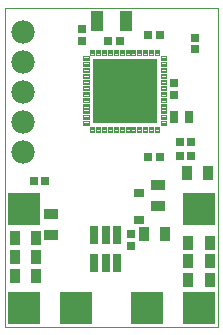
<source format=gbs>
G75*
%MOIN*%
%OFA0B0*%
%FSLAX25Y25*%
%IPPOS*%
%LPD*%
%AMOC8*
5,1,8,0,0,1.08239X$1,22.5*
%
%ADD10C,0.00000*%
%ADD11C,0.00443*%
%ADD12R,0.21654X0.21654*%
%ADD13R,0.02756X0.03150*%
%ADD14R,0.04331X0.07087*%
%ADD15R,0.03150X0.02756*%
%ADD16C,0.07794*%
%ADD17R,0.03150X0.03937*%
%ADD18R,0.11024X0.11024*%
%ADD19C,0.01575*%
%ADD20R,0.03543X0.05118*%
%ADD21R,0.05118X0.03543*%
%ADD22R,0.02717X0.06102*%
%ADD23R,0.03661X0.02874*%
D10*
X0029368Y0002452D02*
X0029368Y0108751D01*
X0100234Y0108751D01*
X0100234Y0002452D01*
X0029368Y0002452D01*
X0031375Y0005050D02*
X0031377Y0005098D01*
X0031383Y0005146D01*
X0031393Y0005193D01*
X0031406Y0005239D01*
X0031424Y0005284D01*
X0031444Y0005328D01*
X0031469Y0005370D01*
X0031497Y0005409D01*
X0031527Y0005446D01*
X0031561Y0005480D01*
X0031598Y0005512D01*
X0031636Y0005541D01*
X0031677Y0005566D01*
X0031720Y0005588D01*
X0031765Y0005606D01*
X0031811Y0005620D01*
X0031858Y0005631D01*
X0031906Y0005638D01*
X0031954Y0005641D01*
X0032002Y0005640D01*
X0032050Y0005635D01*
X0032098Y0005626D01*
X0032144Y0005614D01*
X0032189Y0005597D01*
X0032233Y0005577D01*
X0032275Y0005554D01*
X0032315Y0005527D01*
X0032353Y0005497D01*
X0032388Y0005464D01*
X0032420Y0005428D01*
X0032450Y0005390D01*
X0032476Y0005349D01*
X0032498Y0005306D01*
X0032518Y0005262D01*
X0032533Y0005217D01*
X0032545Y0005170D01*
X0032553Y0005122D01*
X0032557Y0005074D01*
X0032557Y0005026D01*
X0032553Y0004978D01*
X0032545Y0004930D01*
X0032533Y0004883D01*
X0032518Y0004838D01*
X0032498Y0004794D01*
X0032476Y0004751D01*
X0032450Y0004710D01*
X0032420Y0004672D01*
X0032388Y0004636D01*
X0032353Y0004603D01*
X0032315Y0004573D01*
X0032275Y0004546D01*
X0032233Y0004523D01*
X0032189Y0004503D01*
X0032144Y0004486D01*
X0032098Y0004474D01*
X0032050Y0004465D01*
X0032002Y0004460D01*
X0031954Y0004459D01*
X0031906Y0004462D01*
X0031858Y0004469D01*
X0031811Y0004480D01*
X0031765Y0004494D01*
X0031720Y0004512D01*
X0031677Y0004534D01*
X0031636Y0004559D01*
X0031598Y0004588D01*
X0031561Y0004620D01*
X0031527Y0004654D01*
X0031497Y0004691D01*
X0031469Y0004730D01*
X0031444Y0004772D01*
X0031424Y0004816D01*
X0031406Y0004861D01*
X0031393Y0004907D01*
X0031383Y0004954D01*
X0031377Y0005002D01*
X0031375Y0005050D01*
X0031375Y0012452D02*
X0031377Y0012500D01*
X0031383Y0012548D01*
X0031393Y0012595D01*
X0031406Y0012641D01*
X0031424Y0012686D01*
X0031444Y0012730D01*
X0031469Y0012772D01*
X0031497Y0012811D01*
X0031527Y0012848D01*
X0031561Y0012882D01*
X0031598Y0012914D01*
X0031636Y0012943D01*
X0031677Y0012968D01*
X0031720Y0012990D01*
X0031765Y0013008D01*
X0031811Y0013022D01*
X0031858Y0013033D01*
X0031906Y0013040D01*
X0031954Y0013043D01*
X0032002Y0013042D01*
X0032050Y0013037D01*
X0032098Y0013028D01*
X0032144Y0013016D01*
X0032189Y0012999D01*
X0032233Y0012979D01*
X0032275Y0012956D01*
X0032315Y0012929D01*
X0032353Y0012899D01*
X0032388Y0012866D01*
X0032420Y0012830D01*
X0032450Y0012792D01*
X0032476Y0012751D01*
X0032498Y0012708D01*
X0032518Y0012664D01*
X0032533Y0012619D01*
X0032545Y0012572D01*
X0032553Y0012524D01*
X0032557Y0012476D01*
X0032557Y0012428D01*
X0032553Y0012380D01*
X0032545Y0012332D01*
X0032533Y0012285D01*
X0032518Y0012240D01*
X0032498Y0012196D01*
X0032476Y0012153D01*
X0032450Y0012112D01*
X0032420Y0012074D01*
X0032388Y0012038D01*
X0032353Y0012005D01*
X0032315Y0011975D01*
X0032275Y0011948D01*
X0032233Y0011925D01*
X0032189Y0011905D01*
X0032144Y0011888D01*
X0032098Y0011876D01*
X0032050Y0011867D01*
X0032002Y0011862D01*
X0031954Y0011861D01*
X0031906Y0011864D01*
X0031858Y0011871D01*
X0031811Y0011882D01*
X0031765Y0011896D01*
X0031720Y0011914D01*
X0031677Y0011936D01*
X0031636Y0011961D01*
X0031598Y0011990D01*
X0031561Y0012022D01*
X0031527Y0012056D01*
X0031497Y0012093D01*
X0031469Y0012132D01*
X0031444Y0012174D01*
X0031424Y0012218D01*
X0031406Y0012263D01*
X0031393Y0012309D01*
X0031383Y0012356D01*
X0031377Y0012404D01*
X0031375Y0012452D01*
X0038777Y0012452D02*
X0038779Y0012500D01*
X0038785Y0012548D01*
X0038795Y0012595D01*
X0038808Y0012641D01*
X0038826Y0012686D01*
X0038846Y0012730D01*
X0038871Y0012772D01*
X0038899Y0012811D01*
X0038929Y0012848D01*
X0038963Y0012882D01*
X0039000Y0012914D01*
X0039038Y0012943D01*
X0039079Y0012968D01*
X0039122Y0012990D01*
X0039167Y0013008D01*
X0039213Y0013022D01*
X0039260Y0013033D01*
X0039308Y0013040D01*
X0039356Y0013043D01*
X0039404Y0013042D01*
X0039452Y0013037D01*
X0039500Y0013028D01*
X0039546Y0013016D01*
X0039591Y0012999D01*
X0039635Y0012979D01*
X0039677Y0012956D01*
X0039717Y0012929D01*
X0039755Y0012899D01*
X0039790Y0012866D01*
X0039822Y0012830D01*
X0039852Y0012792D01*
X0039878Y0012751D01*
X0039900Y0012708D01*
X0039920Y0012664D01*
X0039935Y0012619D01*
X0039947Y0012572D01*
X0039955Y0012524D01*
X0039959Y0012476D01*
X0039959Y0012428D01*
X0039955Y0012380D01*
X0039947Y0012332D01*
X0039935Y0012285D01*
X0039920Y0012240D01*
X0039900Y0012196D01*
X0039878Y0012153D01*
X0039852Y0012112D01*
X0039822Y0012074D01*
X0039790Y0012038D01*
X0039755Y0012005D01*
X0039717Y0011975D01*
X0039677Y0011948D01*
X0039635Y0011925D01*
X0039591Y0011905D01*
X0039546Y0011888D01*
X0039500Y0011876D01*
X0039452Y0011867D01*
X0039404Y0011862D01*
X0039356Y0011861D01*
X0039308Y0011864D01*
X0039260Y0011871D01*
X0039213Y0011882D01*
X0039167Y0011896D01*
X0039122Y0011914D01*
X0039079Y0011936D01*
X0039038Y0011961D01*
X0039000Y0011990D01*
X0038963Y0012022D01*
X0038929Y0012056D01*
X0038899Y0012093D01*
X0038871Y0012132D01*
X0038846Y0012174D01*
X0038826Y0012218D01*
X0038808Y0012263D01*
X0038795Y0012309D01*
X0038785Y0012356D01*
X0038779Y0012404D01*
X0038777Y0012452D01*
X0038777Y0005050D02*
X0038779Y0005098D01*
X0038785Y0005146D01*
X0038795Y0005193D01*
X0038808Y0005239D01*
X0038826Y0005284D01*
X0038846Y0005328D01*
X0038871Y0005370D01*
X0038899Y0005409D01*
X0038929Y0005446D01*
X0038963Y0005480D01*
X0039000Y0005512D01*
X0039038Y0005541D01*
X0039079Y0005566D01*
X0039122Y0005588D01*
X0039167Y0005606D01*
X0039213Y0005620D01*
X0039260Y0005631D01*
X0039308Y0005638D01*
X0039356Y0005641D01*
X0039404Y0005640D01*
X0039452Y0005635D01*
X0039500Y0005626D01*
X0039546Y0005614D01*
X0039591Y0005597D01*
X0039635Y0005577D01*
X0039677Y0005554D01*
X0039717Y0005527D01*
X0039755Y0005497D01*
X0039790Y0005464D01*
X0039822Y0005428D01*
X0039852Y0005390D01*
X0039878Y0005349D01*
X0039900Y0005306D01*
X0039920Y0005262D01*
X0039935Y0005217D01*
X0039947Y0005170D01*
X0039955Y0005122D01*
X0039959Y0005074D01*
X0039959Y0005026D01*
X0039955Y0004978D01*
X0039947Y0004930D01*
X0039935Y0004883D01*
X0039920Y0004838D01*
X0039900Y0004794D01*
X0039878Y0004751D01*
X0039852Y0004710D01*
X0039822Y0004672D01*
X0039790Y0004636D01*
X0039755Y0004603D01*
X0039717Y0004573D01*
X0039677Y0004546D01*
X0039635Y0004523D01*
X0039591Y0004503D01*
X0039546Y0004486D01*
X0039500Y0004474D01*
X0039452Y0004465D01*
X0039404Y0004460D01*
X0039356Y0004459D01*
X0039308Y0004462D01*
X0039260Y0004469D01*
X0039213Y0004480D01*
X0039167Y0004494D01*
X0039122Y0004512D01*
X0039079Y0004534D01*
X0039038Y0004559D01*
X0039000Y0004588D01*
X0038963Y0004620D01*
X0038929Y0004654D01*
X0038899Y0004691D01*
X0038871Y0004730D01*
X0038846Y0004772D01*
X0038826Y0004816D01*
X0038808Y0004861D01*
X0038795Y0004907D01*
X0038785Y0004954D01*
X0038779Y0005002D01*
X0038777Y0005050D01*
X0048698Y0005050D02*
X0048700Y0005098D01*
X0048706Y0005146D01*
X0048716Y0005193D01*
X0048729Y0005239D01*
X0048747Y0005284D01*
X0048767Y0005328D01*
X0048792Y0005370D01*
X0048820Y0005409D01*
X0048850Y0005446D01*
X0048884Y0005480D01*
X0048921Y0005512D01*
X0048959Y0005541D01*
X0049000Y0005566D01*
X0049043Y0005588D01*
X0049088Y0005606D01*
X0049134Y0005620D01*
X0049181Y0005631D01*
X0049229Y0005638D01*
X0049277Y0005641D01*
X0049325Y0005640D01*
X0049373Y0005635D01*
X0049421Y0005626D01*
X0049467Y0005614D01*
X0049512Y0005597D01*
X0049556Y0005577D01*
X0049598Y0005554D01*
X0049638Y0005527D01*
X0049676Y0005497D01*
X0049711Y0005464D01*
X0049743Y0005428D01*
X0049773Y0005390D01*
X0049799Y0005349D01*
X0049821Y0005306D01*
X0049841Y0005262D01*
X0049856Y0005217D01*
X0049868Y0005170D01*
X0049876Y0005122D01*
X0049880Y0005074D01*
X0049880Y0005026D01*
X0049876Y0004978D01*
X0049868Y0004930D01*
X0049856Y0004883D01*
X0049841Y0004838D01*
X0049821Y0004794D01*
X0049799Y0004751D01*
X0049773Y0004710D01*
X0049743Y0004672D01*
X0049711Y0004636D01*
X0049676Y0004603D01*
X0049638Y0004573D01*
X0049598Y0004546D01*
X0049556Y0004523D01*
X0049512Y0004503D01*
X0049467Y0004486D01*
X0049421Y0004474D01*
X0049373Y0004465D01*
X0049325Y0004460D01*
X0049277Y0004459D01*
X0049229Y0004462D01*
X0049181Y0004469D01*
X0049134Y0004480D01*
X0049088Y0004494D01*
X0049043Y0004512D01*
X0049000Y0004534D01*
X0048959Y0004559D01*
X0048921Y0004588D01*
X0048884Y0004620D01*
X0048850Y0004654D01*
X0048820Y0004691D01*
X0048792Y0004730D01*
X0048767Y0004772D01*
X0048747Y0004816D01*
X0048729Y0004861D01*
X0048716Y0004907D01*
X0048706Y0004954D01*
X0048700Y0005002D01*
X0048698Y0005050D01*
X0048698Y0012452D02*
X0048700Y0012500D01*
X0048706Y0012548D01*
X0048716Y0012595D01*
X0048729Y0012641D01*
X0048747Y0012686D01*
X0048767Y0012730D01*
X0048792Y0012772D01*
X0048820Y0012811D01*
X0048850Y0012848D01*
X0048884Y0012882D01*
X0048921Y0012914D01*
X0048959Y0012943D01*
X0049000Y0012968D01*
X0049043Y0012990D01*
X0049088Y0013008D01*
X0049134Y0013022D01*
X0049181Y0013033D01*
X0049229Y0013040D01*
X0049277Y0013043D01*
X0049325Y0013042D01*
X0049373Y0013037D01*
X0049421Y0013028D01*
X0049467Y0013016D01*
X0049512Y0012999D01*
X0049556Y0012979D01*
X0049598Y0012956D01*
X0049638Y0012929D01*
X0049676Y0012899D01*
X0049711Y0012866D01*
X0049743Y0012830D01*
X0049773Y0012792D01*
X0049799Y0012751D01*
X0049821Y0012708D01*
X0049841Y0012664D01*
X0049856Y0012619D01*
X0049868Y0012572D01*
X0049876Y0012524D01*
X0049880Y0012476D01*
X0049880Y0012428D01*
X0049876Y0012380D01*
X0049868Y0012332D01*
X0049856Y0012285D01*
X0049841Y0012240D01*
X0049821Y0012196D01*
X0049799Y0012153D01*
X0049773Y0012112D01*
X0049743Y0012074D01*
X0049711Y0012038D01*
X0049676Y0012005D01*
X0049638Y0011975D01*
X0049598Y0011948D01*
X0049556Y0011925D01*
X0049512Y0011905D01*
X0049467Y0011888D01*
X0049421Y0011876D01*
X0049373Y0011867D01*
X0049325Y0011862D01*
X0049277Y0011861D01*
X0049229Y0011864D01*
X0049181Y0011871D01*
X0049134Y0011882D01*
X0049088Y0011896D01*
X0049043Y0011914D01*
X0049000Y0011936D01*
X0048959Y0011961D01*
X0048921Y0011990D01*
X0048884Y0012022D01*
X0048850Y0012056D01*
X0048820Y0012093D01*
X0048792Y0012132D01*
X0048767Y0012174D01*
X0048747Y0012218D01*
X0048729Y0012263D01*
X0048716Y0012309D01*
X0048706Y0012356D01*
X0048700Y0012404D01*
X0048698Y0012452D01*
X0056100Y0012452D02*
X0056102Y0012500D01*
X0056108Y0012548D01*
X0056118Y0012595D01*
X0056131Y0012641D01*
X0056149Y0012686D01*
X0056169Y0012730D01*
X0056194Y0012772D01*
X0056222Y0012811D01*
X0056252Y0012848D01*
X0056286Y0012882D01*
X0056323Y0012914D01*
X0056361Y0012943D01*
X0056402Y0012968D01*
X0056445Y0012990D01*
X0056490Y0013008D01*
X0056536Y0013022D01*
X0056583Y0013033D01*
X0056631Y0013040D01*
X0056679Y0013043D01*
X0056727Y0013042D01*
X0056775Y0013037D01*
X0056823Y0013028D01*
X0056869Y0013016D01*
X0056914Y0012999D01*
X0056958Y0012979D01*
X0057000Y0012956D01*
X0057040Y0012929D01*
X0057078Y0012899D01*
X0057113Y0012866D01*
X0057145Y0012830D01*
X0057175Y0012792D01*
X0057201Y0012751D01*
X0057223Y0012708D01*
X0057243Y0012664D01*
X0057258Y0012619D01*
X0057270Y0012572D01*
X0057278Y0012524D01*
X0057282Y0012476D01*
X0057282Y0012428D01*
X0057278Y0012380D01*
X0057270Y0012332D01*
X0057258Y0012285D01*
X0057243Y0012240D01*
X0057223Y0012196D01*
X0057201Y0012153D01*
X0057175Y0012112D01*
X0057145Y0012074D01*
X0057113Y0012038D01*
X0057078Y0012005D01*
X0057040Y0011975D01*
X0057000Y0011948D01*
X0056958Y0011925D01*
X0056914Y0011905D01*
X0056869Y0011888D01*
X0056823Y0011876D01*
X0056775Y0011867D01*
X0056727Y0011862D01*
X0056679Y0011861D01*
X0056631Y0011864D01*
X0056583Y0011871D01*
X0056536Y0011882D01*
X0056490Y0011896D01*
X0056445Y0011914D01*
X0056402Y0011936D01*
X0056361Y0011961D01*
X0056323Y0011990D01*
X0056286Y0012022D01*
X0056252Y0012056D01*
X0056222Y0012093D01*
X0056194Y0012132D01*
X0056169Y0012174D01*
X0056149Y0012218D01*
X0056131Y0012263D01*
X0056118Y0012309D01*
X0056108Y0012356D01*
X0056102Y0012404D01*
X0056100Y0012452D01*
X0056100Y0005050D02*
X0056102Y0005098D01*
X0056108Y0005146D01*
X0056118Y0005193D01*
X0056131Y0005239D01*
X0056149Y0005284D01*
X0056169Y0005328D01*
X0056194Y0005370D01*
X0056222Y0005409D01*
X0056252Y0005446D01*
X0056286Y0005480D01*
X0056323Y0005512D01*
X0056361Y0005541D01*
X0056402Y0005566D01*
X0056445Y0005588D01*
X0056490Y0005606D01*
X0056536Y0005620D01*
X0056583Y0005631D01*
X0056631Y0005638D01*
X0056679Y0005641D01*
X0056727Y0005640D01*
X0056775Y0005635D01*
X0056823Y0005626D01*
X0056869Y0005614D01*
X0056914Y0005597D01*
X0056958Y0005577D01*
X0057000Y0005554D01*
X0057040Y0005527D01*
X0057078Y0005497D01*
X0057113Y0005464D01*
X0057145Y0005428D01*
X0057175Y0005390D01*
X0057201Y0005349D01*
X0057223Y0005306D01*
X0057243Y0005262D01*
X0057258Y0005217D01*
X0057270Y0005170D01*
X0057278Y0005122D01*
X0057282Y0005074D01*
X0057282Y0005026D01*
X0057278Y0004978D01*
X0057270Y0004930D01*
X0057258Y0004883D01*
X0057243Y0004838D01*
X0057223Y0004794D01*
X0057201Y0004751D01*
X0057175Y0004710D01*
X0057145Y0004672D01*
X0057113Y0004636D01*
X0057078Y0004603D01*
X0057040Y0004573D01*
X0057000Y0004546D01*
X0056958Y0004523D01*
X0056914Y0004503D01*
X0056869Y0004486D01*
X0056823Y0004474D01*
X0056775Y0004465D01*
X0056727Y0004460D01*
X0056679Y0004459D01*
X0056631Y0004462D01*
X0056583Y0004469D01*
X0056536Y0004480D01*
X0056490Y0004494D01*
X0056445Y0004512D01*
X0056402Y0004534D01*
X0056361Y0004559D01*
X0056323Y0004588D01*
X0056286Y0004620D01*
X0056252Y0004654D01*
X0056222Y0004691D01*
X0056194Y0004730D01*
X0056169Y0004772D01*
X0056149Y0004816D01*
X0056131Y0004861D01*
X0056118Y0004907D01*
X0056108Y0004954D01*
X0056102Y0005002D01*
X0056100Y0005050D01*
X0072320Y0005050D02*
X0072322Y0005098D01*
X0072328Y0005146D01*
X0072338Y0005193D01*
X0072351Y0005239D01*
X0072369Y0005284D01*
X0072389Y0005328D01*
X0072414Y0005370D01*
X0072442Y0005409D01*
X0072472Y0005446D01*
X0072506Y0005480D01*
X0072543Y0005512D01*
X0072581Y0005541D01*
X0072622Y0005566D01*
X0072665Y0005588D01*
X0072710Y0005606D01*
X0072756Y0005620D01*
X0072803Y0005631D01*
X0072851Y0005638D01*
X0072899Y0005641D01*
X0072947Y0005640D01*
X0072995Y0005635D01*
X0073043Y0005626D01*
X0073089Y0005614D01*
X0073134Y0005597D01*
X0073178Y0005577D01*
X0073220Y0005554D01*
X0073260Y0005527D01*
X0073298Y0005497D01*
X0073333Y0005464D01*
X0073365Y0005428D01*
X0073395Y0005390D01*
X0073421Y0005349D01*
X0073443Y0005306D01*
X0073463Y0005262D01*
X0073478Y0005217D01*
X0073490Y0005170D01*
X0073498Y0005122D01*
X0073502Y0005074D01*
X0073502Y0005026D01*
X0073498Y0004978D01*
X0073490Y0004930D01*
X0073478Y0004883D01*
X0073463Y0004838D01*
X0073443Y0004794D01*
X0073421Y0004751D01*
X0073395Y0004710D01*
X0073365Y0004672D01*
X0073333Y0004636D01*
X0073298Y0004603D01*
X0073260Y0004573D01*
X0073220Y0004546D01*
X0073178Y0004523D01*
X0073134Y0004503D01*
X0073089Y0004486D01*
X0073043Y0004474D01*
X0072995Y0004465D01*
X0072947Y0004460D01*
X0072899Y0004459D01*
X0072851Y0004462D01*
X0072803Y0004469D01*
X0072756Y0004480D01*
X0072710Y0004494D01*
X0072665Y0004512D01*
X0072622Y0004534D01*
X0072581Y0004559D01*
X0072543Y0004588D01*
X0072506Y0004620D01*
X0072472Y0004654D01*
X0072442Y0004691D01*
X0072414Y0004730D01*
X0072389Y0004772D01*
X0072369Y0004816D01*
X0072351Y0004861D01*
X0072338Y0004907D01*
X0072328Y0004954D01*
X0072322Y0005002D01*
X0072320Y0005050D01*
X0072320Y0012452D02*
X0072322Y0012500D01*
X0072328Y0012548D01*
X0072338Y0012595D01*
X0072351Y0012641D01*
X0072369Y0012686D01*
X0072389Y0012730D01*
X0072414Y0012772D01*
X0072442Y0012811D01*
X0072472Y0012848D01*
X0072506Y0012882D01*
X0072543Y0012914D01*
X0072581Y0012943D01*
X0072622Y0012968D01*
X0072665Y0012990D01*
X0072710Y0013008D01*
X0072756Y0013022D01*
X0072803Y0013033D01*
X0072851Y0013040D01*
X0072899Y0013043D01*
X0072947Y0013042D01*
X0072995Y0013037D01*
X0073043Y0013028D01*
X0073089Y0013016D01*
X0073134Y0012999D01*
X0073178Y0012979D01*
X0073220Y0012956D01*
X0073260Y0012929D01*
X0073298Y0012899D01*
X0073333Y0012866D01*
X0073365Y0012830D01*
X0073395Y0012792D01*
X0073421Y0012751D01*
X0073443Y0012708D01*
X0073463Y0012664D01*
X0073478Y0012619D01*
X0073490Y0012572D01*
X0073498Y0012524D01*
X0073502Y0012476D01*
X0073502Y0012428D01*
X0073498Y0012380D01*
X0073490Y0012332D01*
X0073478Y0012285D01*
X0073463Y0012240D01*
X0073443Y0012196D01*
X0073421Y0012153D01*
X0073395Y0012112D01*
X0073365Y0012074D01*
X0073333Y0012038D01*
X0073298Y0012005D01*
X0073260Y0011975D01*
X0073220Y0011948D01*
X0073178Y0011925D01*
X0073134Y0011905D01*
X0073089Y0011888D01*
X0073043Y0011876D01*
X0072995Y0011867D01*
X0072947Y0011862D01*
X0072899Y0011861D01*
X0072851Y0011864D01*
X0072803Y0011871D01*
X0072756Y0011882D01*
X0072710Y0011896D01*
X0072665Y0011914D01*
X0072622Y0011936D01*
X0072581Y0011961D01*
X0072543Y0011990D01*
X0072506Y0012022D01*
X0072472Y0012056D01*
X0072442Y0012093D01*
X0072414Y0012132D01*
X0072389Y0012174D01*
X0072369Y0012218D01*
X0072351Y0012263D01*
X0072338Y0012309D01*
X0072328Y0012356D01*
X0072322Y0012404D01*
X0072320Y0012452D01*
X0079722Y0012452D02*
X0079724Y0012500D01*
X0079730Y0012548D01*
X0079740Y0012595D01*
X0079753Y0012641D01*
X0079771Y0012686D01*
X0079791Y0012730D01*
X0079816Y0012772D01*
X0079844Y0012811D01*
X0079874Y0012848D01*
X0079908Y0012882D01*
X0079945Y0012914D01*
X0079983Y0012943D01*
X0080024Y0012968D01*
X0080067Y0012990D01*
X0080112Y0013008D01*
X0080158Y0013022D01*
X0080205Y0013033D01*
X0080253Y0013040D01*
X0080301Y0013043D01*
X0080349Y0013042D01*
X0080397Y0013037D01*
X0080445Y0013028D01*
X0080491Y0013016D01*
X0080536Y0012999D01*
X0080580Y0012979D01*
X0080622Y0012956D01*
X0080662Y0012929D01*
X0080700Y0012899D01*
X0080735Y0012866D01*
X0080767Y0012830D01*
X0080797Y0012792D01*
X0080823Y0012751D01*
X0080845Y0012708D01*
X0080865Y0012664D01*
X0080880Y0012619D01*
X0080892Y0012572D01*
X0080900Y0012524D01*
X0080904Y0012476D01*
X0080904Y0012428D01*
X0080900Y0012380D01*
X0080892Y0012332D01*
X0080880Y0012285D01*
X0080865Y0012240D01*
X0080845Y0012196D01*
X0080823Y0012153D01*
X0080797Y0012112D01*
X0080767Y0012074D01*
X0080735Y0012038D01*
X0080700Y0012005D01*
X0080662Y0011975D01*
X0080622Y0011948D01*
X0080580Y0011925D01*
X0080536Y0011905D01*
X0080491Y0011888D01*
X0080445Y0011876D01*
X0080397Y0011867D01*
X0080349Y0011862D01*
X0080301Y0011861D01*
X0080253Y0011864D01*
X0080205Y0011871D01*
X0080158Y0011882D01*
X0080112Y0011896D01*
X0080067Y0011914D01*
X0080024Y0011936D01*
X0079983Y0011961D01*
X0079945Y0011990D01*
X0079908Y0012022D01*
X0079874Y0012056D01*
X0079844Y0012093D01*
X0079816Y0012132D01*
X0079791Y0012174D01*
X0079771Y0012218D01*
X0079753Y0012263D01*
X0079740Y0012309D01*
X0079730Y0012356D01*
X0079724Y0012404D01*
X0079722Y0012452D01*
X0079722Y0005050D02*
X0079724Y0005098D01*
X0079730Y0005146D01*
X0079740Y0005193D01*
X0079753Y0005239D01*
X0079771Y0005284D01*
X0079791Y0005328D01*
X0079816Y0005370D01*
X0079844Y0005409D01*
X0079874Y0005446D01*
X0079908Y0005480D01*
X0079945Y0005512D01*
X0079983Y0005541D01*
X0080024Y0005566D01*
X0080067Y0005588D01*
X0080112Y0005606D01*
X0080158Y0005620D01*
X0080205Y0005631D01*
X0080253Y0005638D01*
X0080301Y0005641D01*
X0080349Y0005640D01*
X0080397Y0005635D01*
X0080445Y0005626D01*
X0080491Y0005614D01*
X0080536Y0005597D01*
X0080580Y0005577D01*
X0080622Y0005554D01*
X0080662Y0005527D01*
X0080700Y0005497D01*
X0080735Y0005464D01*
X0080767Y0005428D01*
X0080797Y0005390D01*
X0080823Y0005349D01*
X0080845Y0005306D01*
X0080865Y0005262D01*
X0080880Y0005217D01*
X0080892Y0005170D01*
X0080900Y0005122D01*
X0080904Y0005074D01*
X0080904Y0005026D01*
X0080900Y0004978D01*
X0080892Y0004930D01*
X0080880Y0004883D01*
X0080865Y0004838D01*
X0080845Y0004794D01*
X0080823Y0004751D01*
X0080797Y0004710D01*
X0080767Y0004672D01*
X0080735Y0004636D01*
X0080700Y0004603D01*
X0080662Y0004573D01*
X0080622Y0004546D01*
X0080580Y0004523D01*
X0080536Y0004503D01*
X0080491Y0004486D01*
X0080445Y0004474D01*
X0080397Y0004465D01*
X0080349Y0004460D01*
X0080301Y0004459D01*
X0080253Y0004462D01*
X0080205Y0004469D01*
X0080158Y0004480D01*
X0080112Y0004494D01*
X0080067Y0004512D01*
X0080024Y0004534D01*
X0079983Y0004559D01*
X0079945Y0004588D01*
X0079908Y0004620D01*
X0079874Y0004654D01*
X0079844Y0004691D01*
X0079816Y0004730D01*
X0079791Y0004772D01*
X0079771Y0004816D01*
X0079753Y0004861D01*
X0079740Y0004907D01*
X0079730Y0004954D01*
X0079724Y0005002D01*
X0079722Y0005050D01*
X0089643Y0005050D02*
X0089645Y0005098D01*
X0089651Y0005146D01*
X0089661Y0005193D01*
X0089674Y0005239D01*
X0089692Y0005284D01*
X0089712Y0005328D01*
X0089737Y0005370D01*
X0089765Y0005409D01*
X0089795Y0005446D01*
X0089829Y0005480D01*
X0089866Y0005512D01*
X0089904Y0005541D01*
X0089945Y0005566D01*
X0089988Y0005588D01*
X0090033Y0005606D01*
X0090079Y0005620D01*
X0090126Y0005631D01*
X0090174Y0005638D01*
X0090222Y0005641D01*
X0090270Y0005640D01*
X0090318Y0005635D01*
X0090366Y0005626D01*
X0090412Y0005614D01*
X0090457Y0005597D01*
X0090501Y0005577D01*
X0090543Y0005554D01*
X0090583Y0005527D01*
X0090621Y0005497D01*
X0090656Y0005464D01*
X0090688Y0005428D01*
X0090718Y0005390D01*
X0090744Y0005349D01*
X0090766Y0005306D01*
X0090786Y0005262D01*
X0090801Y0005217D01*
X0090813Y0005170D01*
X0090821Y0005122D01*
X0090825Y0005074D01*
X0090825Y0005026D01*
X0090821Y0004978D01*
X0090813Y0004930D01*
X0090801Y0004883D01*
X0090786Y0004838D01*
X0090766Y0004794D01*
X0090744Y0004751D01*
X0090718Y0004710D01*
X0090688Y0004672D01*
X0090656Y0004636D01*
X0090621Y0004603D01*
X0090583Y0004573D01*
X0090543Y0004546D01*
X0090501Y0004523D01*
X0090457Y0004503D01*
X0090412Y0004486D01*
X0090366Y0004474D01*
X0090318Y0004465D01*
X0090270Y0004460D01*
X0090222Y0004459D01*
X0090174Y0004462D01*
X0090126Y0004469D01*
X0090079Y0004480D01*
X0090033Y0004494D01*
X0089988Y0004512D01*
X0089945Y0004534D01*
X0089904Y0004559D01*
X0089866Y0004588D01*
X0089829Y0004620D01*
X0089795Y0004654D01*
X0089765Y0004691D01*
X0089737Y0004730D01*
X0089712Y0004772D01*
X0089692Y0004816D01*
X0089674Y0004861D01*
X0089661Y0004907D01*
X0089651Y0004954D01*
X0089645Y0005002D01*
X0089643Y0005050D01*
X0089643Y0012452D02*
X0089645Y0012500D01*
X0089651Y0012548D01*
X0089661Y0012595D01*
X0089674Y0012641D01*
X0089692Y0012686D01*
X0089712Y0012730D01*
X0089737Y0012772D01*
X0089765Y0012811D01*
X0089795Y0012848D01*
X0089829Y0012882D01*
X0089866Y0012914D01*
X0089904Y0012943D01*
X0089945Y0012968D01*
X0089988Y0012990D01*
X0090033Y0013008D01*
X0090079Y0013022D01*
X0090126Y0013033D01*
X0090174Y0013040D01*
X0090222Y0013043D01*
X0090270Y0013042D01*
X0090318Y0013037D01*
X0090366Y0013028D01*
X0090412Y0013016D01*
X0090457Y0012999D01*
X0090501Y0012979D01*
X0090543Y0012956D01*
X0090583Y0012929D01*
X0090621Y0012899D01*
X0090656Y0012866D01*
X0090688Y0012830D01*
X0090718Y0012792D01*
X0090744Y0012751D01*
X0090766Y0012708D01*
X0090786Y0012664D01*
X0090801Y0012619D01*
X0090813Y0012572D01*
X0090821Y0012524D01*
X0090825Y0012476D01*
X0090825Y0012428D01*
X0090821Y0012380D01*
X0090813Y0012332D01*
X0090801Y0012285D01*
X0090786Y0012240D01*
X0090766Y0012196D01*
X0090744Y0012153D01*
X0090718Y0012112D01*
X0090688Y0012074D01*
X0090656Y0012038D01*
X0090621Y0012005D01*
X0090583Y0011975D01*
X0090543Y0011948D01*
X0090501Y0011925D01*
X0090457Y0011905D01*
X0090412Y0011888D01*
X0090366Y0011876D01*
X0090318Y0011867D01*
X0090270Y0011862D01*
X0090222Y0011861D01*
X0090174Y0011864D01*
X0090126Y0011871D01*
X0090079Y0011882D01*
X0090033Y0011896D01*
X0089988Y0011914D01*
X0089945Y0011936D01*
X0089904Y0011961D01*
X0089866Y0011990D01*
X0089829Y0012022D01*
X0089795Y0012056D01*
X0089765Y0012093D01*
X0089737Y0012132D01*
X0089712Y0012174D01*
X0089692Y0012218D01*
X0089674Y0012263D01*
X0089661Y0012309D01*
X0089651Y0012356D01*
X0089645Y0012404D01*
X0089643Y0012452D01*
X0097044Y0012452D02*
X0097046Y0012500D01*
X0097052Y0012548D01*
X0097062Y0012595D01*
X0097075Y0012641D01*
X0097093Y0012686D01*
X0097113Y0012730D01*
X0097138Y0012772D01*
X0097166Y0012811D01*
X0097196Y0012848D01*
X0097230Y0012882D01*
X0097267Y0012914D01*
X0097305Y0012943D01*
X0097346Y0012968D01*
X0097389Y0012990D01*
X0097434Y0013008D01*
X0097480Y0013022D01*
X0097527Y0013033D01*
X0097575Y0013040D01*
X0097623Y0013043D01*
X0097671Y0013042D01*
X0097719Y0013037D01*
X0097767Y0013028D01*
X0097813Y0013016D01*
X0097858Y0012999D01*
X0097902Y0012979D01*
X0097944Y0012956D01*
X0097984Y0012929D01*
X0098022Y0012899D01*
X0098057Y0012866D01*
X0098089Y0012830D01*
X0098119Y0012792D01*
X0098145Y0012751D01*
X0098167Y0012708D01*
X0098187Y0012664D01*
X0098202Y0012619D01*
X0098214Y0012572D01*
X0098222Y0012524D01*
X0098226Y0012476D01*
X0098226Y0012428D01*
X0098222Y0012380D01*
X0098214Y0012332D01*
X0098202Y0012285D01*
X0098187Y0012240D01*
X0098167Y0012196D01*
X0098145Y0012153D01*
X0098119Y0012112D01*
X0098089Y0012074D01*
X0098057Y0012038D01*
X0098022Y0012005D01*
X0097984Y0011975D01*
X0097944Y0011948D01*
X0097902Y0011925D01*
X0097858Y0011905D01*
X0097813Y0011888D01*
X0097767Y0011876D01*
X0097719Y0011867D01*
X0097671Y0011862D01*
X0097623Y0011861D01*
X0097575Y0011864D01*
X0097527Y0011871D01*
X0097480Y0011882D01*
X0097434Y0011896D01*
X0097389Y0011914D01*
X0097346Y0011936D01*
X0097305Y0011961D01*
X0097267Y0011990D01*
X0097230Y0012022D01*
X0097196Y0012056D01*
X0097166Y0012093D01*
X0097138Y0012132D01*
X0097113Y0012174D01*
X0097093Y0012218D01*
X0097075Y0012263D01*
X0097062Y0012309D01*
X0097052Y0012356D01*
X0097046Y0012404D01*
X0097044Y0012452D01*
X0097044Y0005050D02*
X0097046Y0005098D01*
X0097052Y0005146D01*
X0097062Y0005193D01*
X0097075Y0005239D01*
X0097093Y0005284D01*
X0097113Y0005328D01*
X0097138Y0005370D01*
X0097166Y0005409D01*
X0097196Y0005446D01*
X0097230Y0005480D01*
X0097267Y0005512D01*
X0097305Y0005541D01*
X0097346Y0005566D01*
X0097389Y0005588D01*
X0097434Y0005606D01*
X0097480Y0005620D01*
X0097527Y0005631D01*
X0097575Y0005638D01*
X0097623Y0005641D01*
X0097671Y0005640D01*
X0097719Y0005635D01*
X0097767Y0005626D01*
X0097813Y0005614D01*
X0097858Y0005597D01*
X0097902Y0005577D01*
X0097944Y0005554D01*
X0097984Y0005527D01*
X0098022Y0005497D01*
X0098057Y0005464D01*
X0098089Y0005428D01*
X0098119Y0005390D01*
X0098145Y0005349D01*
X0098167Y0005306D01*
X0098187Y0005262D01*
X0098202Y0005217D01*
X0098214Y0005170D01*
X0098222Y0005122D01*
X0098226Y0005074D01*
X0098226Y0005026D01*
X0098222Y0004978D01*
X0098214Y0004930D01*
X0098202Y0004883D01*
X0098187Y0004838D01*
X0098167Y0004794D01*
X0098145Y0004751D01*
X0098119Y0004710D01*
X0098089Y0004672D01*
X0098057Y0004636D01*
X0098022Y0004603D01*
X0097984Y0004573D01*
X0097944Y0004546D01*
X0097902Y0004523D01*
X0097858Y0004503D01*
X0097813Y0004486D01*
X0097767Y0004474D01*
X0097719Y0004465D01*
X0097671Y0004460D01*
X0097623Y0004459D01*
X0097575Y0004462D01*
X0097527Y0004469D01*
X0097480Y0004480D01*
X0097434Y0004494D01*
X0097389Y0004512D01*
X0097346Y0004534D01*
X0097305Y0004559D01*
X0097267Y0004588D01*
X0097230Y0004620D01*
X0097196Y0004654D01*
X0097166Y0004691D01*
X0097138Y0004730D01*
X0097113Y0004772D01*
X0097093Y0004816D01*
X0097075Y0004861D01*
X0097062Y0004907D01*
X0097052Y0004954D01*
X0097046Y0005002D01*
X0097044Y0005050D01*
X0097044Y0038121D02*
X0097046Y0038169D01*
X0097052Y0038217D01*
X0097062Y0038264D01*
X0097075Y0038310D01*
X0097093Y0038355D01*
X0097113Y0038399D01*
X0097138Y0038441D01*
X0097166Y0038480D01*
X0097196Y0038517D01*
X0097230Y0038551D01*
X0097267Y0038583D01*
X0097305Y0038612D01*
X0097346Y0038637D01*
X0097389Y0038659D01*
X0097434Y0038677D01*
X0097480Y0038691D01*
X0097527Y0038702D01*
X0097575Y0038709D01*
X0097623Y0038712D01*
X0097671Y0038711D01*
X0097719Y0038706D01*
X0097767Y0038697D01*
X0097813Y0038685D01*
X0097858Y0038668D01*
X0097902Y0038648D01*
X0097944Y0038625D01*
X0097984Y0038598D01*
X0098022Y0038568D01*
X0098057Y0038535D01*
X0098089Y0038499D01*
X0098119Y0038461D01*
X0098145Y0038420D01*
X0098167Y0038377D01*
X0098187Y0038333D01*
X0098202Y0038288D01*
X0098214Y0038241D01*
X0098222Y0038193D01*
X0098226Y0038145D01*
X0098226Y0038097D01*
X0098222Y0038049D01*
X0098214Y0038001D01*
X0098202Y0037954D01*
X0098187Y0037909D01*
X0098167Y0037865D01*
X0098145Y0037822D01*
X0098119Y0037781D01*
X0098089Y0037743D01*
X0098057Y0037707D01*
X0098022Y0037674D01*
X0097984Y0037644D01*
X0097944Y0037617D01*
X0097902Y0037594D01*
X0097858Y0037574D01*
X0097813Y0037557D01*
X0097767Y0037545D01*
X0097719Y0037536D01*
X0097671Y0037531D01*
X0097623Y0037530D01*
X0097575Y0037533D01*
X0097527Y0037540D01*
X0097480Y0037551D01*
X0097434Y0037565D01*
X0097389Y0037583D01*
X0097346Y0037605D01*
X0097305Y0037630D01*
X0097267Y0037659D01*
X0097230Y0037691D01*
X0097196Y0037725D01*
X0097166Y0037762D01*
X0097138Y0037801D01*
X0097113Y0037843D01*
X0097093Y0037887D01*
X0097075Y0037932D01*
X0097062Y0037978D01*
X0097052Y0038025D01*
X0097046Y0038073D01*
X0097044Y0038121D01*
X0089643Y0038121D02*
X0089645Y0038169D01*
X0089651Y0038217D01*
X0089661Y0038264D01*
X0089674Y0038310D01*
X0089692Y0038355D01*
X0089712Y0038399D01*
X0089737Y0038441D01*
X0089765Y0038480D01*
X0089795Y0038517D01*
X0089829Y0038551D01*
X0089866Y0038583D01*
X0089904Y0038612D01*
X0089945Y0038637D01*
X0089988Y0038659D01*
X0090033Y0038677D01*
X0090079Y0038691D01*
X0090126Y0038702D01*
X0090174Y0038709D01*
X0090222Y0038712D01*
X0090270Y0038711D01*
X0090318Y0038706D01*
X0090366Y0038697D01*
X0090412Y0038685D01*
X0090457Y0038668D01*
X0090501Y0038648D01*
X0090543Y0038625D01*
X0090583Y0038598D01*
X0090621Y0038568D01*
X0090656Y0038535D01*
X0090688Y0038499D01*
X0090718Y0038461D01*
X0090744Y0038420D01*
X0090766Y0038377D01*
X0090786Y0038333D01*
X0090801Y0038288D01*
X0090813Y0038241D01*
X0090821Y0038193D01*
X0090825Y0038145D01*
X0090825Y0038097D01*
X0090821Y0038049D01*
X0090813Y0038001D01*
X0090801Y0037954D01*
X0090786Y0037909D01*
X0090766Y0037865D01*
X0090744Y0037822D01*
X0090718Y0037781D01*
X0090688Y0037743D01*
X0090656Y0037707D01*
X0090621Y0037674D01*
X0090583Y0037644D01*
X0090543Y0037617D01*
X0090501Y0037594D01*
X0090457Y0037574D01*
X0090412Y0037557D01*
X0090366Y0037545D01*
X0090318Y0037536D01*
X0090270Y0037531D01*
X0090222Y0037530D01*
X0090174Y0037533D01*
X0090126Y0037540D01*
X0090079Y0037551D01*
X0090033Y0037565D01*
X0089988Y0037583D01*
X0089945Y0037605D01*
X0089904Y0037630D01*
X0089866Y0037659D01*
X0089829Y0037691D01*
X0089795Y0037725D01*
X0089765Y0037762D01*
X0089737Y0037801D01*
X0089712Y0037843D01*
X0089692Y0037887D01*
X0089674Y0037932D01*
X0089661Y0037978D01*
X0089651Y0038025D01*
X0089645Y0038073D01*
X0089643Y0038121D01*
X0089643Y0045522D02*
X0089645Y0045570D01*
X0089651Y0045618D01*
X0089661Y0045665D01*
X0089674Y0045711D01*
X0089692Y0045756D01*
X0089712Y0045800D01*
X0089737Y0045842D01*
X0089765Y0045881D01*
X0089795Y0045918D01*
X0089829Y0045952D01*
X0089866Y0045984D01*
X0089904Y0046013D01*
X0089945Y0046038D01*
X0089988Y0046060D01*
X0090033Y0046078D01*
X0090079Y0046092D01*
X0090126Y0046103D01*
X0090174Y0046110D01*
X0090222Y0046113D01*
X0090270Y0046112D01*
X0090318Y0046107D01*
X0090366Y0046098D01*
X0090412Y0046086D01*
X0090457Y0046069D01*
X0090501Y0046049D01*
X0090543Y0046026D01*
X0090583Y0045999D01*
X0090621Y0045969D01*
X0090656Y0045936D01*
X0090688Y0045900D01*
X0090718Y0045862D01*
X0090744Y0045821D01*
X0090766Y0045778D01*
X0090786Y0045734D01*
X0090801Y0045689D01*
X0090813Y0045642D01*
X0090821Y0045594D01*
X0090825Y0045546D01*
X0090825Y0045498D01*
X0090821Y0045450D01*
X0090813Y0045402D01*
X0090801Y0045355D01*
X0090786Y0045310D01*
X0090766Y0045266D01*
X0090744Y0045223D01*
X0090718Y0045182D01*
X0090688Y0045144D01*
X0090656Y0045108D01*
X0090621Y0045075D01*
X0090583Y0045045D01*
X0090543Y0045018D01*
X0090501Y0044995D01*
X0090457Y0044975D01*
X0090412Y0044958D01*
X0090366Y0044946D01*
X0090318Y0044937D01*
X0090270Y0044932D01*
X0090222Y0044931D01*
X0090174Y0044934D01*
X0090126Y0044941D01*
X0090079Y0044952D01*
X0090033Y0044966D01*
X0089988Y0044984D01*
X0089945Y0045006D01*
X0089904Y0045031D01*
X0089866Y0045060D01*
X0089829Y0045092D01*
X0089795Y0045126D01*
X0089765Y0045163D01*
X0089737Y0045202D01*
X0089712Y0045244D01*
X0089692Y0045288D01*
X0089674Y0045333D01*
X0089661Y0045379D01*
X0089651Y0045426D01*
X0089645Y0045474D01*
X0089643Y0045522D01*
X0097044Y0045522D02*
X0097046Y0045570D01*
X0097052Y0045618D01*
X0097062Y0045665D01*
X0097075Y0045711D01*
X0097093Y0045756D01*
X0097113Y0045800D01*
X0097138Y0045842D01*
X0097166Y0045881D01*
X0097196Y0045918D01*
X0097230Y0045952D01*
X0097267Y0045984D01*
X0097305Y0046013D01*
X0097346Y0046038D01*
X0097389Y0046060D01*
X0097434Y0046078D01*
X0097480Y0046092D01*
X0097527Y0046103D01*
X0097575Y0046110D01*
X0097623Y0046113D01*
X0097671Y0046112D01*
X0097719Y0046107D01*
X0097767Y0046098D01*
X0097813Y0046086D01*
X0097858Y0046069D01*
X0097902Y0046049D01*
X0097944Y0046026D01*
X0097984Y0045999D01*
X0098022Y0045969D01*
X0098057Y0045936D01*
X0098089Y0045900D01*
X0098119Y0045862D01*
X0098145Y0045821D01*
X0098167Y0045778D01*
X0098187Y0045734D01*
X0098202Y0045689D01*
X0098214Y0045642D01*
X0098222Y0045594D01*
X0098226Y0045546D01*
X0098226Y0045498D01*
X0098222Y0045450D01*
X0098214Y0045402D01*
X0098202Y0045355D01*
X0098187Y0045310D01*
X0098167Y0045266D01*
X0098145Y0045223D01*
X0098119Y0045182D01*
X0098089Y0045144D01*
X0098057Y0045108D01*
X0098022Y0045075D01*
X0097984Y0045045D01*
X0097944Y0045018D01*
X0097902Y0044995D01*
X0097858Y0044975D01*
X0097813Y0044958D01*
X0097767Y0044946D01*
X0097719Y0044937D01*
X0097671Y0044932D01*
X0097623Y0044931D01*
X0097575Y0044934D01*
X0097527Y0044941D01*
X0097480Y0044952D01*
X0097434Y0044966D01*
X0097389Y0044984D01*
X0097346Y0045006D01*
X0097305Y0045031D01*
X0097267Y0045060D01*
X0097230Y0045092D01*
X0097196Y0045126D01*
X0097166Y0045163D01*
X0097138Y0045202D01*
X0097113Y0045244D01*
X0097093Y0045288D01*
X0097075Y0045333D01*
X0097062Y0045379D01*
X0097052Y0045426D01*
X0097046Y0045474D01*
X0097044Y0045522D01*
X0038777Y0045522D02*
X0038779Y0045570D01*
X0038785Y0045618D01*
X0038795Y0045665D01*
X0038808Y0045711D01*
X0038826Y0045756D01*
X0038846Y0045800D01*
X0038871Y0045842D01*
X0038899Y0045881D01*
X0038929Y0045918D01*
X0038963Y0045952D01*
X0039000Y0045984D01*
X0039038Y0046013D01*
X0039079Y0046038D01*
X0039122Y0046060D01*
X0039167Y0046078D01*
X0039213Y0046092D01*
X0039260Y0046103D01*
X0039308Y0046110D01*
X0039356Y0046113D01*
X0039404Y0046112D01*
X0039452Y0046107D01*
X0039500Y0046098D01*
X0039546Y0046086D01*
X0039591Y0046069D01*
X0039635Y0046049D01*
X0039677Y0046026D01*
X0039717Y0045999D01*
X0039755Y0045969D01*
X0039790Y0045936D01*
X0039822Y0045900D01*
X0039852Y0045862D01*
X0039878Y0045821D01*
X0039900Y0045778D01*
X0039920Y0045734D01*
X0039935Y0045689D01*
X0039947Y0045642D01*
X0039955Y0045594D01*
X0039959Y0045546D01*
X0039959Y0045498D01*
X0039955Y0045450D01*
X0039947Y0045402D01*
X0039935Y0045355D01*
X0039920Y0045310D01*
X0039900Y0045266D01*
X0039878Y0045223D01*
X0039852Y0045182D01*
X0039822Y0045144D01*
X0039790Y0045108D01*
X0039755Y0045075D01*
X0039717Y0045045D01*
X0039677Y0045018D01*
X0039635Y0044995D01*
X0039591Y0044975D01*
X0039546Y0044958D01*
X0039500Y0044946D01*
X0039452Y0044937D01*
X0039404Y0044932D01*
X0039356Y0044931D01*
X0039308Y0044934D01*
X0039260Y0044941D01*
X0039213Y0044952D01*
X0039167Y0044966D01*
X0039122Y0044984D01*
X0039079Y0045006D01*
X0039038Y0045031D01*
X0039000Y0045060D01*
X0038963Y0045092D01*
X0038929Y0045126D01*
X0038899Y0045163D01*
X0038871Y0045202D01*
X0038846Y0045244D01*
X0038826Y0045288D01*
X0038808Y0045333D01*
X0038795Y0045379D01*
X0038785Y0045426D01*
X0038779Y0045474D01*
X0038777Y0045522D01*
X0031375Y0045522D02*
X0031377Y0045570D01*
X0031383Y0045618D01*
X0031393Y0045665D01*
X0031406Y0045711D01*
X0031424Y0045756D01*
X0031444Y0045800D01*
X0031469Y0045842D01*
X0031497Y0045881D01*
X0031527Y0045918D01*
X0031561Y0045952D01*
X0031598Y0045984D01*
X0031636Y0046013D01*
X0031677Y0046038D01*
X0031720Y0046060D01*
X0031765Y0046078D01*
X0031811Y0046092D01*
X0031858Y0046103D01*
X0031906Y0046110D01*
X0031954Y0046113D01*
X0032002Y0046112D01*
X0032050Y0046107D01*
X0032098Y0046098D01*
X0032144Y0046086D01*
X0032189Y0046069D01*
X0032233Y0046049D01*
X0032275Y0046026D01*
X0032315Y0045999D01*
X0032353Y0045969D01*
X0032388Y0045936D01*
X0032420Y0045900D01*
X0032450Y0045862D01*
X0032476Y0045821D01*
X0032498Y0045778D01*
X0032518Y0045734D01*
X0032533Y0045689D01*
X0032545Y0045642D01*
X0032553Y0045594D01*
X0032557Y0045546D01*
X0032557Y0045498D01*
X0032553Y0045450D01*
X0032545Y0045402D01*
X0032533Y0045355D01*
X0032518Y0045310D01*
X0032498Y0045266D01*
X0032476Y0045223D01*
X0032450Y0045182D01*
X0032420Y0045144D01*
X0032388Y0045108D01*
X0032353Y0045075D01*
X0032315Y0045045D01*
X0032275Y0045018D01*
X0032233Y0044995D01*
X0032189Y0044975D01*
X0032144Y0044958D01*
X0032098Y0044946D01*
X0032050Y0044937D01*
X0032002Y0044932D01*
X0031954Y0044931D01*
X0031906Y0044934D01*
X0031858Y0044941D01*
X0031811Y0044952D01*
X0031765Y0044966D01*
X0031720Y0044984D01*
X0031677Y0045006D01*
X0031636Y0045031D01*
X0031598Y0045060D01*
X0031561Y0045092D01*
X0031527Y0045126D01*
X0031497Y0045163D01*
X0031469Y0045202D01*
X0031444Y0045244D01*
X0031424Y0045288D01*
X0031406Y0045333D01*
X0031393Y0045379D01*
X0031383Y0045426D01*
X0031377Y0045474D01*
X0031375Y0045522D01*
X0031375Y0038121D02*
X0031377Y0038169D01*
X0031383Y0038217D01*
X0031393Y0038264D01*
X0031406Y0038310D01*
X0031424Y0038355D01*
X0031444Y0038399D01*
X0031469Y0038441D01*
X0031497Y0038480D01*
X0031527Y0038517D01*
X0031561Y0038551D01*
X0031598Y0038583D01*
X0031636Y0038612D01*
X0031677Y0038637D01*
X0031720Y0038659D01*
X0031765Y0038677D01*
X0031811Y0038691D01*
X0031858Y0038702D01*
X0031906Y0038709D01*
X0031954Y0038712D01*
X0032002Y0038711D01*
X0032050Y0038706D01*
X0032098Y0038697D01*
X0032144Y0038685D01*
X0032189Y0038668D01*
X0032233Y0038648D01*
X0032275Y0038625D01*
X0032315Y0038598D01*
X0032353Y0038568D01*
X0032388Y0038535D01*
X0032420Y0038499D01*
X0032450Y0038461D01*
X0032476Y0038420D01*
X0032498Y0038377D01*
X0032518Y0038333D01*
X0032533Y0038288D01*
X0032545Y0038241D01*
X0032553Y0038193D01*
X0032557Y0038145D01*
X0032557Y0038097D01*
X0032553Y0038049D01*
X0032545Y0038001D01*
X0032533Y0037954D01*
X0032518Y0037909D01*
X0032498Y0037865D01*
X0032476Y0037822D01*
X0032450Y0037781D01*
X0032420Y0037743D01*
X0032388Y0037707D01*
X0032353Y0037674D01*
X0032315Y0037644D01*
X0032275Y0037617D01*
X0032233Y0037594D01*
X0032189Y0037574D01*
X0032144Y0037557D01*
X0032098Y0037545D01*
X0032050Y0037536D01*
X0032002Y0037531D01*
X0031954Y0037530D01*
X0031906Y0037533D01*
X0031858Y0037540D01*
X0031811Y0037551D01*
X0031765Y0037565D01*
X0031720Y0037583D01*
X0031677Y0037605D01*
X0031636Y0037630D01*
X0031598Y0037659D01*
X0031561Y0037691D01*
X0031527Y0037725D01*
X0031497Y0037762D01*
X0031469Y0037801D01*
X0031444Y0037843D01*
X0031424Y0037887D01*
X0031406Y0037932D01*
X0031393Y0037978D01*
X0031383Y0038025D01*
X0031377Y0038073D01*
X0031375Y0038121D01*
X0038777Y0038121D02*
X0038779Y0038169D01*
X0038785Y0038217D01*
X0038795Y0038264D01*
X0038808Y0038310D01*
X0038826Y0038355D01*
X0038846Y0038399D01*
X0038871Y0038441D01*
X0038899Y0038480D01*
X0038929Y0038517D01*
X0038963Y0038551D01*
X0039000Y0038583D01*
X0039038Y0038612D01*
X0039079Y0038637D01*
X0039122Y0038659D01*
X0039167Y0038677D01*
X0039213Y0038691D01*
X0039260Y0038702D01*
X0039308Y0038709D01*
X0039356Y0038712D01*
X0039404Y0038711D01*
X0039452Y0038706D01*
X0039500Y0038697D01*
X0039546Y0038685D01*
X0039591Y0038668D01*
X0039635Y0038648D01*
X0039677Y0038625D01*
X0039717Y0038598D01*
X0039755Y0038568D01*
X0039790Y0038535D01*
X0039822Y0038499D01*
X0039852Y0038461D01*
X0039878Y0038420D01*
X0039900Y0038377D01*
X0039920Y0038333D01*
X0039935Y0038288D01*
X0039947Y0038241D01*
X0039955Y0038193D01*
X0039959Y0038145D01*
X0039959Y0038097D01*
X0039955Y0038049D01*
X0039947Y0038001D01*
X0039935Y0037954D01*
X0039920Y0037909D01*
X0039900Y0037865D01*
X0039878Y0037822D01*
X0039852Y0037781D01*
X0039822Y0037743D01*
X0039790Y0037707D01*
X0039755Y0037674D01*
X0039717Y0037644D01*
X0039677Y0037617D01*
X0039635Y0037594D01*
X0039591Y0037574D01*
X0039546Y0037557D01*
X0039500Y0037545D01*
X0039452Y0037536D01*
X0039404Y0037531D01*
X0039356Y0037530D01*
X0039308Y0037533D01*
X0039260Y0037540D01*
X0039213Y0037551D01*
X0039167Y0037565D01*
X0039122Y0037583D01*
X0039079Y0037605D01*
X0039038Y0037630D01*
X0039000Y0037659D01*
X0038963Y0037691D01*
X0038929Y0037725D01*
X0038899Y0037762D01*
X0038871Y0037801D01*
X0038846Y0037843D01*
X0038826Y0037887D01*
X0038808Y0037932D01*
X0038795Y0037978D01*
X0038785Y0038025D01*
X0038779Y0038073D01*
X0038777Y0038121D01*
D11*
X0057640Y0067476D02*
X0057640Y0069198D01*
X0058970Y0069198D01*
X0058970Y0067476D01*
X0057640Y0067476D01*
X0057640Y0067918D02*
X0058970Y0067918D01*
X0058970Y0068360D02*
X0057640Y0068360D01*
X0057640Y0068802D02*
X0058970Y0068802D01*
X0059608Y0069198D02*
X0059608Y0067476D01*
X0059608Y0069198D02*
X0060938Y0069198D01*
X0060938Y0067476D01*
X0059608Y0067476D01*
X0059608Y0067918D02*
X0060938Y0067918D01*
X0060938Y0068360D02*
X0059608Y0068360D01*
X0059608Y0068802D02*
X0060938Y0068802D01*
X0061577Y0069198D02*
X0061577Y0067476D01*
X0061577Y0069198D02*
X0062907Y0069198D01*
X0062907Y0067476D01*
X0061577Y0067476D01*
X0061577Y0067918D02*
X0062907Y0067918D01*
X0062907Y0068360D02*
X0061577Y0068360D01*
X0061577Y0068802D02*
X0062907Y0068802D01*
X0063545Y0069198D02*
X0063545Y0067476D01*
X0063545Y0069198D02*
X0064875Y0069198D01*
X0064875Y0067476D01*
X0063545Y0067476D01*
X0063545Y0067918D02*
X0064875Y0067918D01*
X0064875Y0068360D02*
X0063545Y0068360D01*
X0063545Y0068802D02*
X0064875Y0068802D01*
X0065514Y0069198D02*
X0065514Y0067476D01*
X0065514Y0069198D02*
X0066844Y0069198D01*
X0066844Y0067476D01*
X0065514Y0067476D01*
X0065514Y0067918D02*
X0066844Y0067918D01*
X0066844Y0068360D02*
X0065514Y0068360D01*
X0065514Y0068802D02*
X0066844Y0068802D01*
X0067482Y0069198D02*
X0067482Y0067476D01*
X0067482Y0069198D02*
X0068812Y0069198D01*
X0068812Y0067476D01*
X0067482Y0067476D01*
X0067482Y0067918D02*
X0068812Y0067918D01*
X0068812Y0068360D02*
X0067482Y0068360D01*
X0067482Y0068802D02*
X0068812Y0068802D01*
X0069451Y0069198D02*
X0069451Y0067476D01*
X0069451Y0069198D02*
X0070781Y0069198D01*
X0070781Y0067476D01*
X0069451Y0067476D01*
X0069451Y0067918D02*
X0070781Y0067918D01*
X0070781Y0068360D02*
X0069451Y0068360D01*
X0069451Y0068802D02*
X0070781Y0068802D01*
X0071419Y0069198D02*
X0071419Y0067476D01*
X0071419Y0069198D02*
X0072749Y0069198D01*
X0072749Y0067476D01*
X0071419Y0067476D01*
X0071419Y0067918D02*
X0072749Y0067918D01*
X0072749Y0068360D02*
X0071419Y0068360D01*
X0071419Y0068802D02*
X0072749Y0068802D01*
X0073388Y0069198D02*
X0073388Y0067476D01*
X0073388Y0069198D02*
X0074718Y0069198D01*
X0074718Y0067476D01*
X0073388Y0067476D01*
X0073388Y0067918D02*
X0074718Y0067918D01*
X0074718Y0068360D02*
X0073388Y0068360D01*
X0073388Y0068802D02*
X0074718Y0068802D01*
X0075356Y0069198D02*
X0075356Y0067476D01*
X0075356Y0069198D02*
X0076686Y0069198D01*
X0076686Y0067476D01*
X0075356Y0067476D01*
X0075356Y0067918D02*
X0076686Y0067918D01*
X0076686Y0068360D02*
X0075356Y0068360D01*
X0075356Y0068802D02*
X0076686Y0068802D01*
X0077325Y0069198D02*
X0077325Y0067476D01*
X0077325Y0069198D02*
X0078655Y0069198D01*
X0078655Y0067476D01*
X0077325Y0067476D01*
X0077325Y0067918D02*
X0078655Y0067918D01*
X0078655Y0068360D02*
X0077325Y0068360D01*
X0077325Y0068802D02*
X0078655Y0068802D01*
X0079293Y0069198D02*
X0079293Y0067476D01*
X0079293Y0069198D02*
X0080623Y0069198D01*
X0080623Y0067476D01*
X0079293Y0067476D01*
X0079293Y0067918D02*
X0080623Y0067918D01*
X0080623Y0068360D02*
X0079293Y0068360D01*
X0079293Y0068802D02*
X0080623Y0068802D01*
X0081125Y0069700D02*
X0082847Y0069700D01*
X0081125Y0069700D02*
X0081125Y0071030D01*
X0082847Y0071030D01*
X0082847Y0069700D01*
X0082847Y0070142D02*
X0081125Y0070142D01*
X0081125Y0070584D02*
X0082847Y0070584D01*
X0082847Y0071026D02*
X0081125Y0071026D01*
X0081125Y0071668D02*
X0082847Y0071668D01*
X0081125Y0071668D02*
X0081125Y0072998D01*
X0082847Y0072998D01*
X0082847Y0071668D01*
X0082847Y0072110D02*
X0081125Y0072110D01*
X0081125Y0072552D02*
X0082847Y0072552D01*
X0082847Y0072994D02*
X0081125Y0072994D01*
X0081125Y0073637D02*
X0082847Y0073637D01*
X0081125Y0073637D02*
X0081125Y0074967D01*
X0082847Y0074967D01*
X0082847Y0073637D01*
X0082847Y0074079D02*
X0081125Y0074079D01*
X0081125Y0074521D02*
X0082847Y0074521D01*
X0082847Y0074963D02*
X0081125Y0074963D01*
X0081125Y0075605D02*
X0082847Y0075605D01*
X0081125Y0075605D02*
X0081125Y0076935D01*
X0082847Y0076935D01*
X0082847Y0075605D01*
X0082847Y0076047D02*
X0081125Y0076047D01*
X0081125Y0076489D02*
X0082847Y0076489D01*
X0082847Y0076931D02*
X0081125Y0076931D01*
X0081125Y0077574D02*
X0082847Y0077574D01*
X0081125Y0077574D02*
X0081125Y0078904D01*
X0082847Y0078904D01*
X0082847Y0077574D01*
X0082847Y0078016D02*
X0081125Y0078016D01*
X0081125Y0078458D02*
X0082847Y0078458D01*
X0082847Y0078900D02*
X0081125Y0078900D01*
X0081125Y0079542D02*
X0082847Y0079542D01*
X0081125Y0079542D02*
X0081125Y0080872D01*
X0082847Y0080872D01*
X0082847Y0079542D01*
X0082847Y0079984D02*
X0081125Y0079984D01*
X0081125Y0080426D02*
X0082847Y0080426D01*
X0082847Y0080868D02*
X0081125Y0080868D01*
X0081125Y0081511D02*
X0082847Y0081511D01*
X0081125Y0081511D02*
X0081125Y0082841D01*
X0082847Y0082841D01*
X0082847Y0081511D01*
X0082847Y0081953D02*
X0081125Y0081953D01*
X0081125Y0082395D02*
X0082847Y0082395D01*
X0082847Y0082837D02*
X0081125Y0082837D01*
X0081125Y0083479D02*
X0082847Y0083479D01*
X0081125Y0083479D02*
X0081125Y0084809D01*
X0082847Y0084809D01*
X0082847Y0083479D01*
X0082847Y0083921D02*
X0081125Y0083921D01*
X0081125Y0084363D02*
X0082847Y0084363D01*
X0082847Y0084805D02*
X0081125Y0084805D01*
X0081125Y0085448D02*
X0082847Y0085448D01*
X0081125Y0085448D02*
X0081125Y0086778D01*
X0082847Y0086778D01*
X0082847Y0085448D01*
X0082847Y0085890D02*
X0081125Y0085890D01*
X0081125Y0086332D02*
X0082847Y0086332D01*
X0082847Y0086774D02*
X0081125Y0086774D01*
X0081125Y0087416D02*
X0082847Y0087416D01*
X0081125Y0087416D02*
X0081125Y0088746D01*
X0082847Y0088746D01*
X0082847Y0087416D01*
X0082847Y0087858D02*
X0081125Y0087858D01*
X0081125Y0088300D02*
X0082847Y0088300D01*
X0082847Y0088742D02*
X0081125Y0088742D01*
X0081125Y0089385D02*
X0082847Y0089385D01*
X0081125Y0089385D02*
X0081125Y0090715D01*
X0082847Y0090715D01*
X0082847Y0089385D01*
X0082847Y0089827D02*
X0081125Y0089827D01*
X0081125Y0090269D02*
X0082847Y0090269D01*
X0082847Y0090711D02*
X0081125Y0090711D01*
X0081125Y0091354D02*
X0082847Y0091354D01*
X0081125Y0091354D02*
X0081125Y0092684D01*
X0082847Y0092684D01*
X0082847Y0091354D01*
X0082847Y0091796D02*
X0081125Y0091796D01*
X0081125Y0092238D02*
X0082847Y0092238D01*
X0082847Y0092680D02*
X0081125Y0092680D01*
X0080623Y0093185D02*
X0080623Y0094907D01*
X0080623Y0093185D02*
X0079293Y0093185D01*
X0079293Y0094907D01*
X0080623Y0094907D01*
X0080623Y0093627D02*
X0079293Y0093627D01*
X0079293Y0094069D02*
X0080623Y0094069D01*
X0080623Y0094511D02*
X0079293Y0094511D01*
X0078655Y0094907D02*
X0078655Y0093185D01*
X0077325Y0093185D01*
X0077325Y0094907D01*
X0078655Y0094907D01*
X0078655Y0093627D02*
X0077325Y0093627D01*
X0077325Y0094069D02*
X0078655Y0094069D01*
X0078655Y0094511D02*
X0077325Y0094511D01*
X0076686Y0094907D02*
X0076686Y0093185D01*
X0075356Y0093185D01*
X0075356Y0094907D01*
X0076686Y0094907D01*
X0076686Y0093627D02*
X0075356Y0093627D01*
X0075356Y0094069D02*
X0076686Y0094069D01*
X0076686Y0094511D02*
X0075356Y0094511D01*
X0074718Y0094907D02*
X0074718Y0093185D01*
X0073388Y0093185D01*
X0073388Y0094907D01*
X0074718Y0094907D01*
X0074718Y0093627D02*
X0073388Y0093627D01*
X0073388Y0094069D02*
X0074718Y0094069D01*
X0074718Y0094511D02*
X0073388Y0094511D01*
X0072749Y0094907D02*
X0072749Y0093185D01*
X0071419Y0093185D01*
X0071419Y0094907D01*
X0072749Y0094907D01*
X0072749Y0093627D02*
X0071419Y0093627D01*
X0071419Y0094069D02*
X0072749Y0094069D01*
X0072749Y0094511D02*
X0071419Y0094511D01*
X0070781Y0094907D02*
X0070781Y0093185D01*
X0069451Y0093185D01*
X0069451Y0094907D01*
X0070781Y0094907D01*
X0070781Y0093627D02*
X0069451Y0093627D01*
X0069451Y0094069D02*
X0070781Y0094069D01*
X0070781Y0094511D02*
X0069451Y0094511D01*
X0068812Y0094907D02*
X0068812Y0093185D01*
X0067482Y0093185D01*
X0067482Y0094907D01*
X0068812Y0094907D01*
X0068812Y0093627D02*
X0067482Y0093627D01*
X0067482Y0094069D02*
X0068812Y0094069D01*
X0068812Y0094511D02*
X0067482Y0094511D01*
X0066844Y0094907D02*
X0066844Y0093185D01*
X0065514Y0093185D01*
X0065514Y0094907D01*
X0066844Y0094907D01*
X0066844Y0093627D02*
X0065514Y0093627D01*
X0065514Y0094069D02*
X0066844Y0094069D01*
X0066844Y0094511D02*
X0065514Y0094511D01*
X0064875Y0094907D02*
X0064875Y0093185D01*
X0063545Y0093185D01*
X0063545Y0094907D01*
X0064875Y0094907D01*
X0064875Y0093627D02*
X0063545Y0093627D01*
X0063545Y0094069D02*
X0064875Y0094069D01*
X0064875Y0094511D02*
X0063545Y0094511D01*
X0062907Y0094907D02*
X0062907Y0093185D01*
X0061577Y0093185D01*
X0061577Y0094907D01*
X0062907Y0094907D01*
X0062907Y0093627D02*
X0061577Y0093627D01*
X0061577Y0094069D02*
X0062907Y0094069D01*
X0062907Y0094511D02*
X0061577Y0094511D01*
X0060938Y0094907D02*
X0060938Y0093185D01*
X0059608Y0093185D01*
X0059608Y0094907D01*
X0060938Y0094907D01*
X0060938Y0093627D02*
X0059608Y0093627D01*
X0059608Y0094069D02*
X0060938Y0094069D01*
X0060938Y0094511D02*
X0059608Y0094511D01*
X0058970Y0094907D02*
X0058970Y0093185D01*
X0057640Y0093185D01*
X0057640Y0094907D01*
X0058970Y0094907D01*
X0058970Y0093627D02*
X0057640Y0093627D01*
X0057640Y0094069D02*
X0058970Y0094069D01*
X0058970Y0094511D02*
X0057640Y0094511D01*
X0057138Y0092684D02*
X0055416Y0092684D01*
X0057138Y0092684D02*
X0057138Y0091354D01*
X0055416Y0091354D01*
X0055416Y0092684D01*
X0055416Y0091796D02*
X0057138Y0091796D01*
X0057138Y0092238D02*
X0055416Y0092238D01*
X0055416Y0092680D02*
X0057138Y0092680D01*
X0057138Y0090715D02*
X0055416Y0090715D01*
X0057138Y0090715D02*
X0057138Y0089385D01*
X0055416Y0089385D01*
X0055416Y0090715D01*
X0055416Y0089827D02*
X0057138Y0089827D01*
X0057138Y0090269D02*
X0055416Y0090269D01*
X0055416Y0090711D02*
X0057138Y0090711D01*
X0057138Y0088746D02*
X0055416Y0088746D01*
X0057138Y0088746D02*
X0057138Y0087416D01*
X0055416Y0087416D01*
X0055416Y0088746D01*
X0055416Y0087858D02*
X0057138Y0087858D01*
X0057138Y0088300D02*
X0055416Y0088300D01*
X0055416Y0088742D02*
X0057138Y0088742D01*
X0057138Y0086778D02*
X0055416Y0086778D01*
X0057138Y0086778D02*
X0057138Y0085448D01*
X0055416Y0085448D01*
X0055416Y0086778D01*
X0055416Y0085890D02*
X0057138Y0085890D01*
X0057138Y0086332D02*
X0055416Y0086332D01*
X0055416Y0086774D02*
X0057138Y0086774D01*
X0057138Y0084809D02*
X0055416Y0084809D01*
X0057138Y0084809D02*
X0057138Y0083479D01*
X0055416Y0083479D01*
X0055416Y0084809D01*
X0055416Y0083921D02*
X0057138Y0083921D01*
X0057138Y0084363D02*
X0055416Y0084363D01*
X0055416Y0084805D02*
X0057138Y0084805D01*
X0057138Y0082841D02*
X0055416Y0082841D01*
X0057138Y0082841D02*
X0057138Y0081511D01*
X0055416Y0081511D01*
X0055416Y0082841D01*
X0055416Y0081953D02*
X0057138Y0081953D01*
X0057138Y0082395D02*
X0055416Y0082395D01*
X0055416Y0082837D02*
X0057138Y0082837D01*
X0057138Y0080872D02*
X0055416Y0080872D01*
X0057138Y0080872D02*
X0057138Y0079542D01*
X0055416Y0079542D01*
X0055416Y0080872D01*
X0055416Y0079984D02*
X0057138Y0079984D01*
X0057138Y0080426D02*
X0055416Y0080426D01*
X0055416Y0080868D02*
X0057138Y0080868D01*
X0057138Y0078904D02*
X0055416Y0078904D01*
X0057138Y0078904D02*
X0057138Y0077574D01*
X0055416Y0077574D01*
X0055416Y0078904D01*
X0055416Y0078016D02*
X0057138Y0078016D01*
X0057138Y0078458D02*
X0055416Y0078458D01*
X0055416Y0078900D02*
X0057138Y0078900D01*
X0057138Y0076935D02*
X0055416Y0076935D01*
X0057138Y0076935D02*
X0057138Y0075605D01*
X0055416Y0075605D01*
X0055416Y0076935D01*
X0055416Y0076047D02*
X0057138Y0076047D01*
X0057138Y0076489D02*
X0055416Y0076489D01*
X0055416Y0076931D02*
X0057138Y0076931D01*
X0057138Y0074967D02*
X0055416Y0074967D01*
X0057138Y0074967D02*
X0057138Y0073637D01*
X0055416Y0073637D01*
X0055416Y0074967D01*
X0055416Y0074079D02*
X0057138Y0074079D01*
X0057138Y0074521D02*
X0055416Y0074521D01*
X0055416Y0074963D02*
X0057138Y0074963D01*
X0057138Y0072998D02*
X0055416Y0072998D01*
X0057138Y0072998D02*
X0057138Y0071668D01*
X0055416Y0071668D01*
X0055416Y0072998D01*
X0055416Y0072110D02*
X0057138Y0072110D01*
X0057138Y0072552D02*
X0055416Y0072552D01*
X0055416Y0072994D02*
X0057138Y0072994D01*
X0057138Y0071030D02*
X0055416Y0071030D01*
X0057138Y0071030D02*
X0057138Y0069700D01*
X0055416Y0069700D01*
X0055416Y0071030D01*
X0055416Y0070142D02*
X0057138Y0070142D01*
X0057138Y0070584D02*
X0055416Y0070584D01*
X0055416Y0071026D02*
X0057138Y0071026D01*
D12*
X0069131Y0081192D03*
D13*
X0067557Y0097727D03*
X0063620Y0097727D03*
X0077006Y0099696D03*
X0080943Y0099696D03*
X0087439Y0064066D03*
X0091376Y0064066D03*
X0091376Y0059578D03*
X0087439Y0059578D03*
X0080943Y0059144D03*
X0077006Y0059144D03*
X0042754Y0051270D03*
X0038817Y0051270D03*
D14*
X0059880Y0104617D03*
X0069722Y0104617D03*
D15*
X0054958Y0101664D03*
X0054958Y0097727D03*
X0085588Y0083869D03*
X0085588Y0079932D03*
X0092754Y0094971D03*
X0092754Y0098908D03*
X0071100Y0033554D03*
X0071100Y0029617D03*
D16*
X0035273Y0060719D03*
X0035273Y0070719D03*
X0035273Y0080719D03*
X0035273Y0090719D03*
X0035273Y0100719D03*
D17*
X0085470Y0072333D03*
X0090588Y0072333D03*
D18*
X0093935Y0041822D03*
X0093935Y0008751D03*
X0076612Y0008751D03*
X0052990Y0008751D03*
X0035667Y0008751D03*
X0035667Y0041822D03*
D19*
X0039368Y0045522D03*
X0039368Y0038121D03*
X0031966Y0038121D03*
X0031966Y0045522D03*
X0031966Y0012452D03*
X0039368Y0012452D03*
X0039368Y0005050D03*
X0031966Y0005050D03*
X0049289Y0005050D03*
X0049289Y0012452D03*
X0056691Y0012452D03*
X0056691Y0005050D03*
X0072911Y0005050D03*
X0072911Y0012452D03*
X0080313Y0012452D03*
X0080313Y0005050D03*
X0090234Y0005050D03*
X0090234Y0012452D03*
X0097635Y0012452D03*
X0097635Y0005050D03*
X0097635Y0038121D03*
X0097635Y0045522D03*
X0090234Y0045522D03*
X0090234Y0038121D03*
D20*
X0090391Y0030601D03*
X0090391Y0024302D03*
X0090391Y0018003D03*
X0097478Y0018003D03*
X0097478Y0024302D03*
X0097478Y0030601D03*
X0082517Y0033554D03*
X0075431Y0033554D03*
X0089998Y0053633D03*
X0097084Y0053633D03*
X0039604Y0031979D03*
X0039604Y0025680D03*
X0039604Y0019381D03*
X0032517Y0019381D03*
X0032517Y0025680D03*
X0032517Y0031979D03*
D21*
X0044722Y0033160D03*
X0044722Y0040247D03*
X0080155Y0042688D03*
X0080155Y0049774D03*
D22*
X0066572Y0032983D03*
X0062832Y0032983D03*
X0059092Y0032983D03*
X0059092Y0023889D03*
X0062832Y0023889D03*
X0066572Y0023889D03*
D23*
X0073856Y0038081D03*
X0073856Y0047137D03*
M02*

</source>
